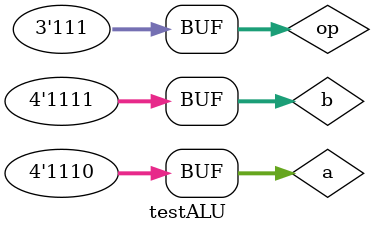
<source format=v>

module ALU(op,a,b,result,zero);

	input [15:0] a,b;
	input [2:0] op;
	output [15:0] result;
	output zero;
	wire c1,c2,c3,c4,c5,c6,c7,c8,c9,c10,c11,c12,c13,c14,c15;
	
	ALU1	alu0  (a[0], b[0], op[2],op[1:0],set,op[2],c1, result[0]),
			alu1  (a[1], b[1], op[2],op[1:0],0,  c1,   c2, result[1]),
			alu2  (a[2], b[2], op[2],op[1:0],0,  c2,   c3, result[2]),
			alu3  (a[3], b[3], op[2],op[1:0],0,  c3,   c4, result[3]),
			alu4  (a[4], b[4], op[2],op[1:0],0,  c4,   c5, result[4]),
			alu5  (a[5], b[5], op[2],op[1:0],0,  c5,   c6, result[5]),
			alu6  (a[6], b[6], op[2],op[1:0],0,  c6,   c7, result[6]),
			alu7  (a[7], b[7], op[2],op[1:0],0,  c7,   c8, result[7]),
			alu8  (a[8], b[8], op[2],op[1:0],0,  c8,   c9, result[8]),
			alu9  (a[9], b[9], op[2],op[1:0],0,  c9,   c10,result[9]),
			alu10 (a[10],b[10],op[2],op[1:0],0,  c10,  c11,result[10]),
			alu11 (a[11],b[11],op[2],op[1:0],0,  c11,  c12,result[11]),
			alu12 (a[12],b[12],op[2],op[1:0],0,  c12,  c13,result[12]),
			alu13 (a[13],b[13],op[2],op[1:0],0,  c13,  c14,result[13]),
			alu14 (a[14],b[14],op[2],op[1:0],0,  c14,  c15,result[14]);
		 
	ALUmsb	alu15 (a[15],b[15],op[2],op[1:0],0,  c15,  c16,result[15],set);

//Method 1
//	or or1(orbundle,result[0], result[1], result[2], result[3],
//					result[4], result[5], result[6], result[7],
//		            result[8], result[9], result[10],result[11],
//					result[12],result[13],result[14],result[15]);
//	not not1(zero,orbundle);
//Method 2
	or or1(or01, result[0],result[1]);
	or or2(or23, result[2],result[3]);
	nor nor1(zero,or01,or23);

endmodule

module ALU1(a,b,binvert,op,less,carryin,carryout,result);

	input a,b,less,carryin,binvert;
	input [1:0] op;
	output carryout,result;
	wire sum,a_and_b,a_or_b,b_inv;
	
	not not1(b_inv, b);
	mux2x1 mux1(b,b_inv,binvert,b1);
	and and1(a_and_b, a, b);
	or or1(a_or_b, a, b);
	fulladder adder1(sum,carryout,a,b1,carryin);
	mux4x1 mux2(a_and_b,a_or_b,sum,less,op[1:0],result); 

endmodule

module ALUmsb(a,b,binvert,op,less,carryin,carryout,result,sum);

	input a,b,less,carryin,binvert;
	input [1:0] op;
	output carryout,result,sum;
	wire sum,a_and_b,a_or_b,b_inv;
	
	not not1(b_inv, b);
	mux2x1 mux1(b,b_inv,binvert,b1);
	and and1(a_and_b, a, b);
	or or1(a_or_b, a, b);
	fulladder adder1(sum,carryout,a,b1,carryin);
	mux4x1 mux2(a_and_b,a_or_b,sum,less,op[1:0],result); 

endmodule

// Components

module halfadder(S,C,x,y);

	input x,y; 
	output S,C; 

	xor (S,x,y); 
	and (C,x,y);

endmodule

module fulladder(S,C,x,y,z);

	input x,y,z; 
	output S,C; 
	wire S1,D1,D2;

	halfadder HA1 (S1,D1,x,y), 
              HA2 (S,D2,S1,z); 
	or g1(C,D2,D1);

endmodule

module mux2x1(A,B,select,OUT);

	input A,B,select;
	output OUT;
	wire S_inv,wire1,wire2;
	
	not not1(S_inv, select);
	and and1(wire1,A,S_inv),
		and2(wire2,B,select);
	or or1(OUT,wire1,wire2);

endmodule

module mux4x1(i0,i1,i2,i3,select,y);

	input i0,i1,i2,i3;
	input [1:0] select;
	output y;
	wire S0,S1,w1,w2,w3,w4;
	
	not not1(S0,select[0]),
		not2(S1,select[1]);
	
	and and1(w1,i0,S1,S0),
		and2(w2,i1,S1,select[0]),
		and3(w3,i2,select[1],S0),
		and4(w4,i3,select[1],select[0]);
		
	or  or1(y,w1,w2,w3,w4);

endmodule


// Test Module 

module testALU;
   reg [3:0] a;
   reg [3:0] b;
   reg [2:0] op;
   wire [3:0] result;
   wire zero;
	
   ALU alu (op,a,b,result,zero);
	
   initial
      begin

	    op = 3'b000; a = 4'b0111; b = 4'b0001;  // AND
	#10 op = 3'b001; a = 4'b0101; b = 4'b0010;  // OR

	#10 op = 3'b010; a = 4'b0101; b = 4'b0001;  // ADD
	#10 op = 3'b010; a = 4'b0111; b = 4'b0001;  // ADD
	#10 op = 3'b110; a = 4'b0101; b = 4'b0001;  // SUB
	#10 op = 3'b110; a = 4'b1111; b = 4'b0001;  // SUB
	#10 op = 3'b111; a = 4'b0101; b = 4'b0001;  // SLT
	#10 op = 3'b111; a = 4'b1110; b = 4'b1111;  // SLT

      end

   initial
    $monitor ("op = %b a = %b b = %b result = %b zero = %b",op,a,b,result,zero);

endmodule


/* Test Results

C:\Verilog>iverilog -o t ALU4.vl

C:\Verilog>vvp t
op = 000 a = 0111 b = 0001 result = 0001 zero = 0
op = 001 a = 0101 b = 0010 result = 0111 zero = 0
op = 010 a = 0101 b = 0001 result = 0110 zero = 0
op = 010 a = 0111 b = 0001 result = 1000 zero = 0
op = 110 a = 0101 b = 0001 result = 0100 zero = 0
op = 110 a = 1111 b = 0001 result = 1110 zero = 0
op = 111 a = 0101 b = 0001 result = 0000 zero = 1
op = 111 a = 1110 b = 1111 result = 0001 zero = 0

*/

</source>
